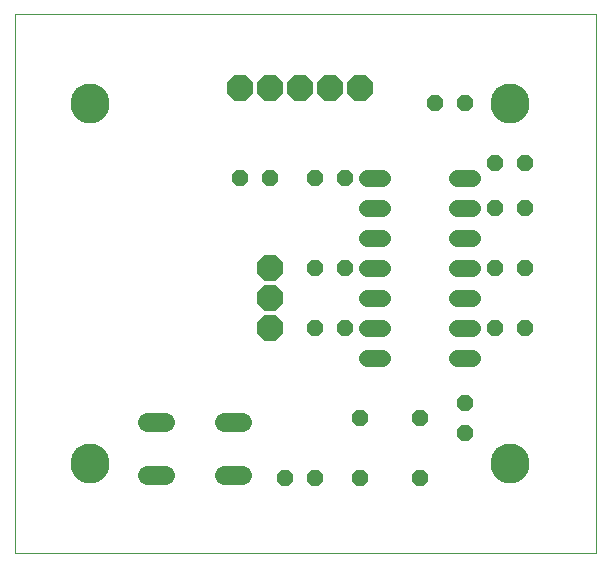
<source format=gts>
G75*
%MOIN*%
%OFA0B0*%
%FSLAX25Y25*%
%IPPOS*%
%LPD*%
%AMOC8*
5,1,8,0,0,1.08239X$1,22.5*
%
%ADD10C,0.00000*%
%ADD11C,0.12998*%
%ADD12OC8,0.05600*%
%ADD13C,0.05600*%
%ADD14C,0.06400*%
%ADD15OC8,0.08900*%
D10*
X0001000Y0001000D02*
X0001000Y0180961D01*
X0194701Y0180961D01*
X0194701Y0001000D01*
X0001000Y0001000D01*
X0019701Y0031000D02*
X0019703Y0031158D01*
X0019709Y0031316D01*
X0019719Y0031474D01*
X0019733Y0031632D01*
X0019751Y0031789D01*
X0019772Y0031946D01*
X0019798Y0032102D01*
X0019828Y0032258D01*
X0019861Y0032413D01*
X0019899Y0032566D01*
X0019940Y0032719D01*
X0019985Y0032871D01*
X0020034Y0033022D01*
X0020087Y0033171D01*
X0020143Y0033319D01*
X0020203Y0033465D01*
X0020267Y0033610D01*
X0020335Y0033753D01*
X0020406Y0033895D01*
X0020480Y0034035D01*
X0020558Y0034172D01*
X0020640Y0034308D01*
X0020724Y0034442D01*
X0020813Y0034573D01*
X0020904Y0034702D01*
X0020999Y0034829D01*
X0021096Y0034954D01*
X0021197Y0035076D01*
X0021301Y0035195D01*
X0021408Y0035312D01*
X0021518Y0035426D01*
X0021631Y0035537D01*
X0021746Y0035646D01*
X0021864Y0035751D01*
X0021985Y0035853D01*
X0022108Y0035953D01*
X0022234Y0036049D01*
X0022362Y0036142D01*
X0022492Y0036232D01*
X0022625Y0036318D01*
X0022760Y0036402D01*
X0022896Y0036481D01*
X0023035Y0036558D01*
X0023176Y0036630D01*
X0023318Y0036700D01*
X0023462Y0036765D01*
X0023608Y0036827D01*
X0023755Y0036885D01*
X0023904Y0036940D01*
X0024054Y0036991D01*
X0024205Y0037038D01*
X0024357Y0037081D01*
X0024510Y0037120D01*
X0024665Y0037156D01*
X0024820Y0037187D01*
X0024976Y0037215D01*
X0025132Y0037239D01*
X0025289Y0037259D01*
X0025447Y0037275D01*
X0025604Y0037287D01*
X0025763Y0037295D01*
X0025921Y0037299D01*
X0026079Y0037299D01*
X0026237Y0037295D01*
X0026396Y0037287D01*
X0026553Y0037275D01*
X0026711Y0037259D01*
X0026868Y0037239D01*
X0027024Y0037215D01*
X0027180Y0037187D01*
X0027335Y0037156D01*
X0027490Y0037120D01*
X0027643Y0037081D01*
X0027795Y0037038D01*
X0027946Y0036991D01*
X0028096Y0036940D01*
X0028245Y0036885D01*
X0028392Y0036827D01*
X0028538Y0036765D01*
X0028682Y0036700D01*
X0028824Y0036630D01*
X0028965Y0036558D01*
X0029104Y0036481D01*
X0029240Y0036402D01*
X0029375Y0036318D01*
X0029508Y0036232D01*
X0029638Y0036142D01*
X0029766Y0036049D01*
X0029892Y0035953D01*
X0030015Y0035853D01*
X0030136Y0035751D01*
X0030254Y0035646D01*
X0030369Y0035537D01*
X0030482Y0035426D01*
X0030592Y0035312D01*
X0030699Y0035195D01*
X0030803Y0035076D01*
X0030904Y0034954D01*
X0031001Y0034829D01*
X0031096Y0034702D01*
X0031187Y0034573D01*
X0031276Y0034442D01*
X0031360Y0034308D01*
X0031442Y0034172D01*
X0031520Y0034035D01*
X0031594Y0033895D01*
X0031665Y0033753D01*
X0031733Y0033610D01*
X0031797Y0033465D01*
X0031857Y0033319D01*
X0031913Y0033171D01*
X0031966Y0033022D01*
X0032015Y0032871D01*
X0032060Y0032719D01*
X0032101Y0032566D01*
X0032139Y0032413D01*
X0032172Y0032258D01*
X0032202Y0032102D01*
X0032228Y0031946D01*
X0032249Y0031789D01*
X0032267Y0031632D01*
X0032281Y0031474D01*
X0032291Y0031316D01*
X0032297Y0031158D01*
X0032299Y0031000D01*
X0032297Y0030842D01*
X0032291Y0030684D01*
X0032281Y0030526D01*
X0032267Y0030368D01*
X0032249Y0030211D01*
X0032228Y0030054D01*
X0032202Y0029898D01*
X0032172Y0029742D01*
X0032139Y0029587D01*
X0032101Y0029434D01*
X0032060Y0029281D01*
X0032015Y0029129D01*
X0031966Y0028978D01*
X0031913Y0028829D01*
X0031857Y0028681D01*
X0031797Y0028535D01*
X0031733Y0028390D01*
X0031665Y0028247D01*
X0031594Y0028105D01*
X0031520Y0027965D01*
X0031442Y0027828D01*
X0031360Y0027692D01*
X0031276Y0027558D01*
X0031187Y0027427D01*
X0031096Y0027298D01*
X0031001Y0027171D01*
X0030904Y0027046D01*
X0030803Y0026924D01*
X0030699Y0026805D01*
X0030592Y0026688D01*
X0030482Y0026574D01*
X0030369Y0026463D01*
X0030254Y0026354D01*
X0030136Y0026249D01*
X0030015Y0026147D01*
X0029892Y0026047D01*
X0029766Y0025951D01*
X0029638Y0025858D01*
X0029508Y0025768D01*
X0029375Y0025682D01*
X0029240Y0025598D01*
X0029104Y0025519D01*
X0028965Y0025442D01*
X0028824Y0025370D01*
X0028682Y0025300D01*
X0028538Y0025235D01*
X0028392Y0025173D01*
X0028245Y0025115D01*
X0028096Y0025060D01*
X0027946Y0025009D01*
X0027795Y0024962D01*
X0027643Y0024919D01*
X0027490Y0024880D01*
X0027335Y0024844D01*
X0027180Y0024813D01*
X0027024Y0024785D01*
X0026868Y0024761D01*
X0026711Y0024741D01*
X0026553Y0024725D01*
X0026396Y0024713D01*
X0026237Y0024705D01*
X0026079Y0024701D01*
X0025921Y0024701D01*
X0025763Y0024705D01*
X0025604Y0024713D01*
X0025447Y0024725D01*
X0025289Y0024741D01*
X0025132Y0024761D01*
X0024976Y0024785D01*
X0024820Y0024813D01*
X0024665Y0024844D01*
X0024510Y0024880D01*
X0024357Y0024919D01*
X0024205Y0024962D01*
X0024054Y0025009D01*
X0023904Y0025060D01*
X0023755Y0025115D01*
X0023608Y0025173D01*
X0023462Y0025235D01*
X0023318Y0025300D01*
X0023176Y0025370D01*
X0023035Y0025442D01*
X0022896Y0025519D01*
X0022760Y0025598D01*
X0022625Y0025682D01*
X0022492Y0025768D01*
X0022362Y0025858D01*
X0022234Y0025951D01*
X0022108Y0026047D01*
X0021985Y0026147D01*
X0021864Y0026249D01*
X0021746Y0026354D01*
X0021631Y0026463D01*
X0021518Y0026574D01*
X0021408Y0026688D01*
X0021301Y0026805D01*
X0021197Y0026924D01*
X0021096Y0027046D01*
X0020999Y0027171D01*
X0020904Y0027298D01*
X0020813Y0027427D01*
X0020724Y0027558D01*
X0020640Y0027692D01*
X0020558Y0027828D01*
X0020480Y0027965D01*
X0020406Y0028105D01*
X0020335Y0028247D01*
X0020267Y0028390D01*
X0020203Y0028535D01*
X0020143Y0028681D01*
X0020087Y0028829D01*
X0020034Y0028978D01*
X0019985Y0029129D01*
X0019940Y0029281D01*
X0019899Y0029434D01*
X0019861Y0029587D01*
X0019828Y0029742D01*
X0019798Y0029898D01*
X0019772Y0030054D01*
X0019751Y0030211D01*
X0019733Y0030368D01*
X0019719Y0030526D01*
X0019709Y0030684D01*
X0019703Y0030842D01*
X0019701Y0031000D01*
X0019701Y0151000D02*
X0019703Y0151158D01*
X0019709Y0151316D01*
X0019719Y0151474D01*
X0019733Y0151632D01*
X0019751Y0151789D01*
X0019772Y0151946D01*
X0019798Y0152102D01*
X0019828Y0152258D01*
X0019861Y0152413D01*
X0019899Y0152566D01*
X0019940Y0152719D01*
X0019985Y0152871D01*
X0020034Y0153022D01*
X0020087Y0153171D01*
X0020143Y0153319D01*
X0020203Y0153465D01*
X0020267Y0153610D01*
X0020335Y0153753D01*
X0020406Y0153895D01*
X0020480Y0154035D01*
X0020558Y0154172D01*
X0020640Y0154308D01*
X0020724Y0154442D01*
X0020813Y0154573D01*
X0020904Y0154702D01*
X0020999Y0154829D01*
X0021096Y0154954D01*
X0021197Y0155076D01*
X0021301Y0155195D01*
X0021408Y0155312D01*
X0021518Y0155426D01*
X0021631Y0155537D01*
X0021746Y0155646D01*
X0021864Y0155751D01*
X0021985Y0155853D01*
X0022108Y0155953D01*
X0022234Y0156049D01*
X0022362Y0156142D01*
X0022492Y0156232D01*
X0022625Y0156318D01*
X0022760Y0156402D01*
X0022896Y0156481D01*
X0023035Y0156558D01*
X0023176Y0156630D01*
X0023318Y0156700D01*
X0023462Y0156765D01*
X0023608Y0156827D01*
X0023755Y0156885D01*
X0023904Y0156940D01*
X0024054Y0156991D01*
X0024205Y0157038D01*
X0024357Y0157081D01*
X0024510Y0157120D01*
X0024665Y0157156D01*
X0024820Y0157187D01*
X0024976Y0157215D01*
X0025132Y0157239D01*
X0025289Y0157259D01*
X0025447Y0157275D01*
X0025604Y0157287D01*
X0025763Y0157295D01*
X0025921Y0157299D01*
X0026079Y0157299D01*
X0026237Y0157295D01*
X0026396Y0157287D01*
X0026553Y0157275D01*
X0026711Y0157259D01*
X0026868Y0157239D01*
X0027024Y0157215D01*
X0027180Y0157187D01*
X0027335Y0157156D01*
X0027490Y0157120D01*
X0027643Y0157081D01*
X0027795Y0157038D01*
X0027946Y0156991D01*
X0028096Y0156940D01*
X0028245Y0156885D01*
X0028392Y0156827D01*
X0028538Y0156765D01*
X0028682Y0156700D01*
X0028824Y0156630D01*
X0028965Y0156558D01*
X0029104Y0156481D01*
X0029240Y0156402D01*
X0029375Y0156318D01*
X0029508Y0156232D01*
X0029638Y0156142D01*
X0029766Y0156049D01*
X0029892Y0155953D01*
X0030015Y0155853D01*
X0030136Y0155751D01*
X0030254Y0155646D01*
X0030369Y0155537D01*
X0030482Y0155426D01*
X0030592Y0155312D01*
X0030699Y0155195D01*
X0030803Y0155076D01*
X0030904Y0154954D01*
X0031001Y0154829D01*
X0031096Y0154702D01*
X0031187Y0154573D01*
X0031276Y0154442D01*
X0031360Y0154308D01*
X0031442Y0154172D01*
X0031520Y0154035D01*
X0031594Y0153895D01*
X0031665Y0153753D01*
X0031733Y0153610D01*
X0031797Y0153465D01*
X0031857Y0153319D01*
X0031913Y0153171D01*
X0031966Y0153022D01*
X0032015Y0152871D01*
X0032060Y0152719D01*
X0032101Y0152566D01*
X0032139Y0152413D01*
X0032172Y0152258D01*
X0032202Y0152102D01*
X0032228Y0151946D01*
X0032249Y0151789D01*
X0032267Y0151632D01*
X0032281Y0151474D01*
X0032291Y0151316D01*
X0032297Y0151158D01*
X0032299Y0151000D01*
X0032297Y0150842D01*
X0032291Y0150684D01*
X0032281Y0150526D01*
X0032267Y0150368D01*
X0032249Y0150211D01*
X0032228Y0150054D01*
X0032202Y0149898D01*
X0032172Y0149742D01*
X0032139Y0149587D01*
X0032101Y0149434D01*
X0032060Y0149281D01*
X0032015Y0149129D01*
X0031966Y0148978D01*
X0031913Y0148829D01*
X0031857Y0148681D01*
X0031797Y0148535D01*
X0031733Y0148390D01*
X0031665Y0148247D01*
X0031594Y0148105D01*
X0031520Y0147965D01*
X0031442Y0147828D01*
X0031360Y0147692D01*
X0031276Y0147558D01*
X0031187Y0147427D01*
X0031096Y0147298D01*
X0031001Y0147171D01*
X0030904Y0147046D01*
X0030803Y0146924D01*
X0030699Y0146805D01*
X0030592Y0146688D01*
X0030482Y0146574D01*
X0030369Y0146463D01*
X0030254Y0146354D01*
X0030136Y0146249D01*
X0030015Y0146147D01*
X0029892Y0146047D01*
X0029766Y0145951D01*
X0029638Y0145858D01*
X0029508Y0145768D01*
X0029375Y0145682D01*
X0029240Y0145598D01*
X0029104Y0145519D01*
X0028965Y0145442D01*
X0028824Y0145370D01*
X0028682Y0145300D01*
X0028538Y0145235D01*
X0028392Y0145173D01*
X0028245Y0145115D01*
X0028096Y0145060D01*
X0027946Y0145009D01*
X0027795Y0144962D01*
X0027643Y0144919D01*
X0027490Y0144880D01*
X0027335Y0144844D01*
X0027180Y0144813D01*
X0027024Y0144785D01*
X0026868Y0144761D01*
X0026711Y0144741D01*
X0026553Y0144725D01*
X0026396Y0144713D01*
X0026237Y0144705D01*
X0026079Y0144701D01*
X0025921Y0144701D01*
X0025763Y0144705D01*
X0025604Y0144713D01*
X0025447Y0144725D01*
X0025289Y0144741D01*
X0025132Y0144761D01*
X0024976Y0144785D01*
X0024820Y0144813D01*
X0024665Y0144844D01*
X0024510Y0144880D01*
X0024357Y0144919D01*
X0024205Y0144962D01*
X0024054Y0145009D01*
X0023904Y0145060D01*
X0023755Y0145115D01*
X0023608Y0145173D01*
X0023462Y0145235D01*
X0023318Y0145300D01*
X0023176Y0145370D01*
X0023035Y0145442D01*
X0022896Y0145519D01*
X0022760Y0145598D01*
X0022625Y0145682D01*
X0022492Y0145768D01*
X0022362Y0145858D01*
X0022234Y0145951D01*
X0022108Y0146047D01*
X0021985Y0146147D01*
X0021864Y0146249D01*
X0021746Y0146354D01*
X0021631Y0146463D01*
X0021518Y0146574D01*
X0021408Y0146688D01*
X0021301Y0146805D01*
X0021197Y0146924D01*
X0021096Y0147046D01*
X0020999Y0147171D01*
X0020904Y0147298D01*
X0020813Y0147427D01*
X0020724Y0147558D01*
X0020640Y0147692D01*
X0020558Y0147828D01*
X0020480Y0147965D01*
X0020406Y0148105D01*
X0020335Y0148247D01*
X0020267Y0148390D01*
X0020203Y0148535D01*
X0020143Y0148681D01*
X0020087Y0148829D01*
X0020034Y0148978D01*
X0019985Y0149129D01*
X0019940Y0149281D01*
X0019899Y0149434D01*
X0019861Y0149587D01*
X0019828Y0149742D01*
X0019798Y0149898D01*
X0019772Y0150054D01*
X0019751Y0150211D01*
X0019733Y0150368D01*
X0019719Y0150526D01*
X0019709Y0150684D01*
X0019703Y0150842D01*
X0019701Y0151000D01*
X0159701Y0151000D02*
X0159703Y0151158D01*
X0159709Y0151316D01*
X0159719Y0151474D01*
X0159733Y0151632D01*
X0159751Y0151789D01*
X0159772Y0151946D01*
X0159798Y0152102D01*
X0159828Y0152258D01*
X0159861Y0152413D01*
X0159899Y0152566D01*
X0159940Y0152719D01*
X0159985Y0152871D01*
X0160034Y0153022D01*
X0160087Y0153171D01*
X0160143Y0153319D01*
X0160203Y0153465D01*
X0160267Y0153610D01*
X0160335Y0153753D01*
X0160406Y0153895D01*
X0160480Y0154035D01*
X0160558Y0154172D01*
X0160640Y0154308D01*
X0160724Y0154442D01*
X0160813Y0154573D01*
X0160904Y0154702D01*
X0160999Y0154829D01*
X0161096Y0154954D01*
X0161197Y0155076D01*
X0161301Y0155195D01*
X0161408Y0155312D01*
X0161518Y0155426D01*
X0161631Y0155537D01*
X0161746Y0155646D01*
X0161864Y0155751D01*
X0161985Y0155853D01*
X0162108Y0155953D01*
X0162234Y0156049D01*
X0162362Y0156142D01*
X0162492Y0156232D01*
X0162625Y0156318D01*
X0162760Y0156402D01*
X0162896Y0156481D01*
X0163035Y0156558D01*
X0163176Y0156630D01*
X0163318Y0156700D01*
X0163462Y0156765D01*
X0163608Y0156827D01*
X0163755Y0156885D01*
X0163904Y0156940D01*
X0164054Y0156991D01*
X0164205Y0157038D01*
X0164357Y0157081D01*
X0164510Y0157120D01*
X0164665Y0157156D01*
X0164820Y0157187D01*
X0164976Y0157215D01*
X0165132Y0157239D01*
X0165289Y0157259D01*
X0165447Y0157275D01*
X0165604Y0157287D01*
X0165763Y0157295D01*
X0165921Y0157299D01*
X0166079Y0157299D01*
X0166237Y0157295D01*
X0166396Y0157287D01*
X0166553Y0157275D01*
X0166711Y0157259D01*
X0166868Y0157239D01*
X0167024Y0157215D01*
X0167180Y0157187D01*
X0167335Y0157156D01*
X0167490Y0157120D01*
X0167643Y0157081D01*
X0167795Y0157038D01*
X0167946Y0156991D01*
X0168096Y0156940D01*
X0168245Y0156885D01*
X0168392Y0156827D01*
X0168538Y0156765D01*
X0168682Y0156700D01*
X0168824Y0156630D01*
X0168965Y0156558D01*
X0169104Y0156481D01*
X0169240Y0156402D01*
X0169375Y0156318D01*
X0169508Y0156232D01*
X0169638Y0156142D01*
X0169766Y0156049D01*
X0169892Y0155953D01*
X0170015Y0155853D01*
X0170136Y0155751D01*
X0170254Y0155646D01*
X0170369Y0155537D01*
X0170482Y0155426D01*
X0170592Y0155312D01*
X0170699Y0155195D01*
X0170803Y0155076D01*
X0170904Y0154954D01*
X0171001Y0154829D01*
X0171096Y0154702D01*
X0171187Y0154573D01*
X0171276Y0154442D01*
X0171360Y0154308D01*
X0171442Y0154172D01*
X0171520Y0154035D01*
X0171594Y0153895D01*
X0171665Y0153753D01*
X0171733Y0153610D01*
X0171797Y0153465D01*
X0171857Y0153319D01*
X0171913Y0153171D01*
X0171966Y0153022D01*
X0172015Y0152871D01*
X0172060Y0152719D01*
X0172101Y0152566D01*
X0172139Y0152413D01*
X0172172Y0152258D01*
X0172202Y0152102D01*
X0172228Y0151946D01*
X0172249Y0151789D01*
X0172267Y0151632D01*
X0172281Y0151474D01*
X0172291Y0151316D01*
X0172297Y0151158D01*
X0172299Y0151000D01*
X0172297Y0150842D01*
X0172291Y0150684D01*
X0172281Y0150526D01*
X0172267Y0150368D01*
X0172249Y0150211D01*
X0172228Y0150054D01*
X0172202Y0149898D01*
X0172172Y0149742D01*
X0172139Y0149587D01*
X0172101Y0149434D01*
X0172060Y0149281D01*
X0172015Y0149129D01*
X0171966Y0148978D01*
X0171913Y0148829D01*
X0171857Y0148681D01*
X0171797Y0148535D01*
X0171733Y0148390D01*
X0171665Y0148247D01*
X0171594Y0148105D01*
X0171520Y0147965D01*
X0171442Y0147828D01*
X0171360Y0147692D01*
X0171276Y0147558D01*
X0171187Y0147427D01*
X0171096Y0147298D01*
X0171001Y0147171D01*
X0170904Y0147046D01*
X0170803Y0146924D01*
X0170699Y0146805D01*
X0170592Y0146688D01*
X0170482Y0146574D01*
X0170369Y0146463D01*
X0170254Y0146354D01*
X0170136Y0146249D01*
X0170015Y0146147D01*
X0169892Y0146047D01*
X0169766Y0145951D01*
X0169638Y0145858D01*
X0169508Y0145768D01*
X0169375Y0145682D01*
X0169240Y0145598D01*
X0169104Y0145519D01*
X0168965Y0145442D01*
X0168824Y0145370D01*
X0168682Y0145300D01*
X0168538Y0145235D01*
X0168392Y0145173D01*
X0168245Y0145115D01*
X0168096Y0145060D01*
X0167946Y0145009D01*
X0167795Y0144962D01*
X0167643Y0144919D01*
X0167490Y0144880D01*
X0167335Y0144844D01*
X0167180Y0144813D01*
X0167024Y0144785D01*
X0166868Y0144761D01*
X0166711Y0144741D01*
X0166553Y0144725D01*
X0166396Y0144713D01*
X0166237Y0144705D01*
X0166079Y0144701D01*
X0165921Y0144701D01*
X0165763Y0144705D01*
X0165604Y0144713D01*
X0165447Y0144725D01*
X0165289Y0144741D01*
X0165132Y0144761D01*
X0164976Y0144785D01*
X0164820Y0144813D01*
X0164665Y0144844D01*
X0164510Y0144880D01*
X0164357Y0144919D01*
X0164205Y0144962D01*
X0164054Y0145009D01*
X0163904Y0145060D01*
X0163755Y0145115D01*
X0163608Y0145173D01*
X0163462Y0145235D01*
X0163318Y0145300D01*
X0163176Y0145370D01*
X0163035Y0145442D01*
X0162896Y0145519D01*
X0162760Y0145598D01*
X0162625Y0145682D01*
X0162492Y0145768D01*
X0162362Y0145858D01*
X0162234Y0145951D01*
X0162108Y0146047D01*
X0161985Y0146147D01*
X0161864Y0146249D01*
X0161746Y0146354D01*
X0161631Y0146463D01*
X0161518Y0146574D01*
X0161408Y0146688D01*
X0161301Y0146805D01*
X0161197Y0146924D01*
X0161096Y0147046D01*
X0160999Y0147171D01*
X0160904Y0147298D01*
X0160813Y0147427D01*
X0160724Y0147558D01*
X0160640Y0147692D01*
X0160558Y0147828D01*
X0160480Y0147965D01*
X0160406Y0148105D01*
X0160335Y0148247D01*
X0160267Y0148390D01*
X0160203Y0148535D01*
X0160143Y0148681D01*
X0160087Y0148829D01*
X0160034Y0148978D01*
X0159985Y0149129D01*
X0159940Y0149281D01*
X0159899Y0149434D01*
X0159861Y0149587D01*
X0159828Y0149742D01*
X0159798Y0149898D01*
X0159772Y0150054D01*
X0159751Y0150211D01*
X0159733Y0150368D01*
X0159719Y0150526D01*
X0159709Y0150684D01*
X0159703Y0150842D01*
X0159701Y0151000D01*
X0159701Y0031000D02*
X0159703Y0031158D01*
X0159709Y0031316D01*
X0159719Y0031474D01*
X0159733Y0031632D01*
X0159751Y0031789D01*
X0159772Y0031946D01*
X0159798Y0032102D01*
X0159828Y0032258D01*
X0159861Y0032413D01*
X0159899Y0032566D01*
X0159940Y0032719D01*
X0159985Y0032871D01*
X0160034Y0033022D01*
X0160087Y0033171D01*
X0160143Y0033319D01*
X0160203Y0033465D01*
X0160267Y0033610D01*
X0160335Y0033753D01*
X0160406Y0033895D01*
X0160480Y0034035D01*
X0160558Y0034172D01*
X0160640Y0034308D01*
X0160724Y0034442D01*
X0160813Y0034573D01*
X0160904Y0034702D01*
X0160999Y0034829D01*
X0161096Y0034954D01*
X0161197Y0035076D01*
X0161301Y0035195D01*
X0161408Y0035312D01*
X0161518Y0035426D01*
X0161631Y0035537D01*
X0161746Y0035646D01*
X0161864Y0035751D01*
X0161985Y0035853D01*
X0162108Y0035953D01*
X0162234Y0036049D01*
X0162362Y0036142D01*
X0162492Y0036232D01*
X0162625Y0036318D01*
X0162760Y0036402D01*
X0162896Y0036481D01*
X0163035Y0036558D01*
X0163176Y0036630D01*
X0163318Y0036700D01*
X0163462Y0036765D01*
X0163608Y0036827D01*
X0163755Y0036885D01*
X0163904Y0036940D01*
X0164054Y0036991D01*
X0164205Y0037038D01*
X0164357Y0037081D01*
X0164510Y0037120D01*
X0164665Y0037156D01*
X0164820Y0037187D01*
X0164976Y0037215D01*
X0165132Y0037239D01*
X0165289Y0037259D01*
X0165447Y0037275D01*
X0165604Y0037287D01*
X0165763Y0037295D01*
X0165921Y0037299D01*
X0166079Y0037299D01*
X0166237Y0037295D01*
X0166396Y0037287D01*
X0166553Y0037275D01*
X0166711Y0037259D01*
X0166868Y0037239D01*
X0167024Y0037215D01*
X0167180Y0037187D01*
X0167335Y0037156D01*
X0167490Y0037120D01*
X0167643Y0037081D01*
X0167795Y0037038D01*
X0167946Y0036991D01*
X0168096Y0036940D01*
X0168245Y0036885D01*
X0168392Y0036827D01*
X0168538Y0036765D01*
X0168682Y0036700D01*
X0168824Y0036630D01*
X0168965Y0036558D01*
X0169104Y0036481D01*
X0169240Y0036402D01*
X0169375Y0036318D01*
X0169508Y0036232D01*
X0169638Y0036142D01*
X0169766Y0036049D01*
X0169892Y0035953D01*
X0170015Y0035853D01*
X0170136Y0035751D01*
X0170254Y0035646D01*
X0170369Y0035537D01*
X0170482Y0035426D01*
X0170592Y0035312D01*
X0170699Y0035195D01*
X0170803Y0035076D01*
X0170904Y0034954D01*
X0171001Y0034829D01*
X0171096Y0034702D01*
X0171187Y0034573D01*
X0171276Y0034442D01*
X0171360Y0034308D01*
X0171442Y0034172D01*
X0171520Y0034035D01*
X0171594Y0033895D01*
X0171665Y0033753D01*
X0171733Y0033610D01*
X0171797Y0033465D01*
X0171857Y0033319D01*
X0171913Y0033171D01*
X0171966Y0033022D01*
X0172015Y0032871D01*
X0172060Y0032719D01*
X0172101Y0032566D01*
X0172139Y0032413D01*
X0172172Y0032258D01*
X0172202Y0032102D01*
X0172228Y0031946D01*
X0172249Y0031789D01*
X0172267Y0031632D01*
X0172281Y0031474D01*
X0172291Y0031316D01*
X0172297Y0031158D01*
X0172299Y0031000D01*
X0172297Y0030842D01*
X0172291Y0030684D01*
X0172281Y0030526D01*
X0172267Y0030368D01*
X0172249Y0030211D01*
X0172228Y0030054D01*
X0172202Y0029898D01*
X0172172Y0029742D01*
X0172139Y0029587D01*
X0172101Y0029434D01*
X0172060Y0029281D01*
X0172015Y0029129D01*
X0171966Y0028978D01*
X0171913Y0028829D01*
X0171857Y0028681D01*
X0171797Y0028535D01*
X0171733Y0028390D01*
X0171665Y0028247D01*
X0171594Y0028105D01*
X0171520Y0027965D01*
X0171442Y0027828D01*
X0171360Y0027692D01*
X0171276Y0027558D01*
X0171187Y0027427D01*
X0171096Y0027298D01*
X0171001Y0027171D01*
X0170904Y0027046D01*
X0170803Y0026924D01*
X0170699Y0026805D01*
X0170592Y0026688D01*
X0170482Y0026574D01*
X0170369Y0026463D01*
X0170254Y0026354D01*
X0170136Y0026249D01*
X0170015Y0026147D01*
X0169892Y0026047D01*
X0169766Y0025951D01*
X0169638Y0025858D01*
X0169508Y0025768D01*
X0169375Y0025682D01*
X0169240Y0025598D01*
X0169104Y0025519D01*
X0168965Y0025442D01*
X0168824Y0025370D01*
X0168682Y0025300D01*
X0168538Y0025235D01*
X0168392Y0025173D01*
X0168245Y0025115D01*
X0168096Y0025060D01*
X0167946Y0025009D01*
X0167795Y0024962D01*
X0167643Y0024919D01*
X0167490Y0024880D01*
X0167335Y0024844D01*
X0167180Y0024813D01*
X0167024Y0024785D01*
X0166868Y0024761D01*
X0166711Y0024741D01*
X0166553Y0024725D01*
X0166396Y0024713D01*
X0166237Y0024705D01*
X0166079Y0024701D01*
X0165921Y0024701D01*
X0165763Y0024705D01*
X0165604Y0024713D01*
X0165447Y0024725D01*
X0165289Y0024741D01*
X0165132Y0024761D01*
X0164976Y0024785D01*
X0164820Y0024813D01*
X0164665Y0024844D01*
X0164510Y0024880D01*
X0164357Y0024919D01*
X0164205Y0024962D01*
X0164054Y0025009D01*
X0163904Y0025060D01*
X0163755Y0025115D01*
X0163608Y0025173D01*
X0163462Y0025235D01*
X0163318Y0025300D01*
X0163176Y0025370D01*
X0163035Y0025442D01*
X0162896Y0025519D01*
X0162760Y0025598D01*
X0162625Y0025682D01*
X0162492Y0025768D01*
X0162362Y0025858D01*
X0162234Y0025951D01*
X0162108Y0026047D01*
X0161985Y0026147D01*
X0161864Y0026249D01*
X0161746Y0026354D01*
X0161631Y0026463D01*
X0161518Y0026574D01*
X0161408Y0026688D01*
X0161301Y0026805D01*
X0161197Y0026924D01*
X0161096Y0027046D01*
X0160999Y0027171D01*
X0160904Y0027298D01*
X0160813Y0027427D01*
X0160724Y0027558D01*
X0160640Y0027692D01*
X0160558Y0027828D01*
X0160480Y0027965D01*
X0160406Y0028105D01*
X0160335Y0028247D01*
X0160267Y0028390D01*
X0160203Y0028535D01*
X0160143Y0028681D01*
X0160087Y0028829D01*
X0160034Y0028978D01*
X0159985Y0029129D01*
X0159940Y0029281D01*
X0159899Y0029434D01*
X0159861Y0029587D01*
X0159828Y0029742D01*
X0159798Y0029898D01*
X0159772Y0030054D01*
X0159751Y0030211D01*
X0159733Y0030368D01*
X0159719Y0030526D01*
X0159709Y0030684D01*
X0159703Y0030842D01*
X0159701Y0031000D01*
D11*
X0166000Y0031000D03*
X0166000Y0151000D03*
X0026000Y0151000D03*
X0026000Y0031000D03*
D12*
X0091000Y0026000D03*
X0101000Y0026000D03*
X0116000Y0026000D03*
X0136000Y0026000D03*
X0151000Y0041000D03*
X0151000Y0051000D03*
X0136000Y0046000D03*
X0116000Y0046000D03*
X0111000Y0076000D03*
X0101000Y0076000D03*
X0101000Y0096000D03*
X0111000Y0096000D03*
X0111000Y0126000D03*
X0101000Y0126000D03*
X0086000Y0126000D03*
X0076000Y0126000D03*
X0141000Y0151000D03*
X0151000Y0151000D03*
X0161000Y0131000D03*
X0171000Y0131000D03*
X0171000Y0116000D03*
X0161000Y0116000D03*
X0161000Y0096000D03*
X0171000Y0096000D03*
X0171000Y0076000D03*
X0161000Y0076000D03*
D13*
X0153600Y0076000D02*
X0148400Y0076000D01*
X0148400Y0066000D02*
X0153600Y0066000D01*
X0153600Y0086000D02*
X0148400Y0086000D01*
X0148400Y0096000D02*
X0153600Y0096000D01*
X0153600Y0106000D02*
X0148400Y0106000D01*
X0148400Y0116000D02*
X0153600Y0116000D01*
X0153600Y0126000D02*
X0148400Y0126000D01*
X0123600Y0126000D02*
X0118400Y0126000D01*
X0118400Y0116000D02*
X0123600Y0116000D01*
X0123600Y0106000D02*
X0118400Y0106000D01*
X0118400Y0096000D02*
X0123600Y0096000D01*
X0123600Y0086000D02*
X0118400Y0086000D01*
X0118400Y0076000D02*
X0123600Y0076000D01*
X0123600Y0066000D02*
X0118400Y0066000D01*
D14*
X0076800Y0044900D02*
X0070800Y0044900D01*
X0070800Y0027100D02*
X0076800Y0027100D01*
X0051200Y0027100D02*
X0045200Y0027100D01*
X0045200Y0044900D02*
X0051200Y0044900D01*
D15*
X0086000Y0076000D03*
X0086000Y0086000D03*
X0086000Y0096000D03*
X0086000Y0156000D03*
X0076000Y0156000D03*
X0096000Y0156000D03*
X0106000Y0156000D03*
X0116000Y0156000D03*
M02*

</source>
